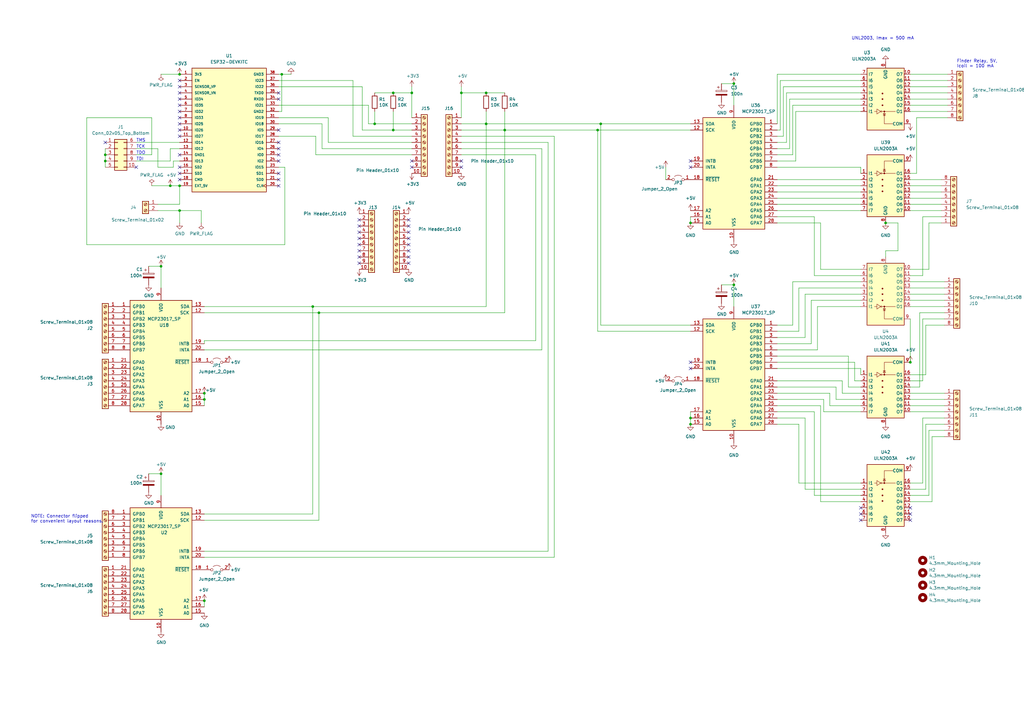
<source format=kicad_sch>
(kicad_sch (version 20211123) (generator eeschema)
  (paper "A3")
  (lib_symbols
    (symbol "Connector:Screw_Terminal_01x02" (pin_names (offset 1.016) hide)
      (property "Reference" "J" (at 0 2.54 0))
      (property "Value" "Screw_Terminal_01x02" (at 0 -5.08 0))
      (symbol "Screw_Terminal_01x02_1_1"
        (pin passive line (at -5.08 0 0) (length 3.81) (name "Pin_1") (number "1"))
        (pin passive line (at -5.08 -2.54 0) (length 3.81) (name "Pin_2") (number "2"))
      )
    )
    (symbol "Connector:Screw_Terminal_01x08" (pin_names (offset 1.016) hide)
      (property "Reference" "J" (at 0 10.16 0))
      (property "Value" "Screw_Terminal_01x08" (at 0 -12.7 0))
      (symbol "Screw_Terminal_01x08_1_1"
        (pin passive line (at -5.08 7.62 0) (length 3.81) (name "Pin_1") (number "1"))
        (pin passive line (at -5.08 5.08 0) (length 3.81) (name "Pin_2") (number "2"))
        (pin passive line (at -5.08 2.54 0) (length 3.81) (name "Pin_3") (number "3"))
        (pin passive line (at -5.08 0 0) (length 3.81) (name "Pin_4") (number "4"))
        (pin passive line (at -5.08 -2.54 0) (length 3.81) (name "Pin_5") (number "5"))
        (pin passive line (at -5.08 -5.08 0) (length 3.81) (name "Pin_6") (number "6"))
        (pin passive line (at -5.08 -7.62 0) (length 3.81) (name "Pin_7") (number "7"))
        (pin passive line (at -5.08 -10.16 0) (length 3.81) (name "Pin_8") (number "8"))
      )
    )
    (symbol "Connector:Screw_Terminal_01x10" (pin_names (offset 1.016) hide)
      (property "Reference" "J" (at 0 12.7 0))
      (property "Value" "Screw_Terminal_01x10" (at 0 -15.24 0))
      (symbol "Screw_Terminal_01x10_1_1"
        (pin passive line (at -5.08 10.16 0) (length 3.81) (name "Pin_1") (number "1"))
        (pin passive line (at -5.08 -12.7 0) (length 3.81) (name "Pin_10") (number "10"))
        (pin passive line (at -5.08 7.62 0) (length 3.81) (name "Pin_2") (number "2"))
        (pin passive line (at -5.08 5.08 0) (length 3.81) (name "Pin_3") (number "3"))
        (pin passive line (at -5.08 2.54 0) (length 3.81) (name "Pin_4") (number "4"))
        (pin passive line (at -5.08 0 0) (length 3.81) (name "Pin_5") (number "5"))
        (pin passive line (at -5.08 -2.54 0) (length 3.81) (name "Pin_6") (number "6"))
        (pin passive line (at -5.08 -5.08 0) (length 3.81) (name "Pin_7") (number "7"))
        (pin passive line (at -5.08 -7.62 0) (length 3.81) (name "Pin_8") (number "8"))
        (pin passive line (at -5.08 -10.16 0) (length 3.81) (name "Pin_9") (number "9"))
      )
    )
    (symbol "Connector_Generic:Conn_02x05_Top_Bottom" (pin_names (offset 1.016) hide)
      (property "Reference" "J" (at 1.27 7.62 0))
      (property "Value" "Conn_02x05_Top_Bottom" (at 1.27 -7.62 0))
      (symbol "Conn_02x05_Top_Bottom_1_1"
        (pin passive line (at -5.08 5.08 0) (length 3.81) (name "Pin_1") (number "1"))
        (pin passive line (at 7.62 -5.08 180) (length 3.81) (name "Pin_10") (number "10"))
        (pin passive line (at -5.08 2.54 0) (length 3.81) (name "Pin_2") (number "2"))
        (pin passive line (at -5.08 0 0) (length 3.81) (name "Pin_3") (number "3"))
        (pin passive line (at -5.08 -2.54 0) (length 3.81) (name "Pin_4") (number "4"))
        (pin passive line (at -5.08 -5.08 0) (length 3.81) (name "Pin_5") (number "5"))
        (pin passive line (at 7.62 5.08 180) (length 3.81) (name "Pin_6") (number "6"))
        (pin passive line (at 7.62 2.54 180) (length 3.81) (name "Pin_7") (number "7"))
        (pin passive line (at 7.62 0 180) (length 3.81) (name "Pin_8") (number "8"))
        (pin passive line (at 7.62 -2.54 180) (length 3.81) (name "Pin_9") (number "9"))
      )
    )
    (symbol "Device:C_Polarized" (pin_numbers hide) (pin_names (offset 0.254))
      (property "Reference" "C" (at 0.635 2.54 0))
      (property "Value" "C_Polarized" (at 0.635 -2.54 0))
      (symbol "C_Polarized_1_1"
        (pin passive line (at 0 3.81 270) (length 2.794) (name "~") (number "1"))
        (pin passive line (at 0 -3.81 90) (length 2.794) (name "~") (number "2"))
      )
    )
    (symbol "Device:R" (pin_numbers hide) (pin_names (offset 0))
      (property "Reference" "R" (at 2.032 0 90))
      (property "Value" "R" (at 0 0 90))
      (symbol "R_1_1"
        (pin passive line (at 0 3.81 270) (length 1.27) (name "~") (number "1"))
        (pin passive line (at 0 -3.81 90) (length 1.27) (name "~") (number "2"))
      )
    )
    (symbol "ESP32-DEVKITC:ESP32-DEVKITC" (pin_names (offset 1.016))
      (property "Reference" "U" (at -15.2654 26.0604 0))
      (property "Value" "ESP32-DEVKITC" (at -15.2654 -27.9654 0))
      (symbol "ESP32-DEVKITC_0_0"
        (pin power_in line (at -20.32 22.86 0) (length 5.08) (name "3V3") (number "1"))
        (pin bidirectional line (at -20.32 0 0) (length 5.08) (name "IO26") (number "10"))
        (pin bidirectional line (at -20.32 -2.54 0) (length 5.08) (name "IO27") (number "11"))
        (pin bidirectional line (at -20.32 -5.08 0) (length 5.08) (name "IO14") (number "12"))
        (pin bidirectional line (at -20.32 -7.62 0) (length 5.08) (name "IO12") (number "13"))
        (pin power_in line (at -20.32 -10.16 0) (length 5.08) (name "GND1") (number "14"))
        (pin bidirectional line (at -20.32 -12.7 0) (length 5.08) (name "IO13") (number "15"))
        (pin bidirectional line (at -20.32 -15.24 0) (length 5.08) (name "SD2") (number "16"))
        (pin bidirectional line (at -20.32 -17.78 0) (length 5.08) (name "SD3") (number "17"))
        (pin bidirectional line (at -20.32 -20.32 0) (length 5.08) (name "CMD") (number "18"))
        (pin power_in line (at -20.32 -22.86 0) (length 5.08) (name "EXT_5V") (number "19"))
        (pin input line (at -20.32 20.32 0) (length 5.08) (name "EN") (number "2"))
        (pin input clock (at 20.32 -22.86 180) (length 5.08) (name "CLK") (number "20"))
        (pin bidirectional line (at 20.32 -20.32 180) (length 5.08) (name "SD0") (number "21"))
        (pin bidirectional line (at 20.32 -17.78 180) (length 5.08) (name "SD1") (number "22"))
        (pin bidirectional line (at 20.32 -15.24 180) (length 5.08) (name "IO15") (number "23"))
        (pin bidirectional line (at 20.32 -12.7 180) (length 5.08) (name "IO2") (number "24"))
        (pin bidirectional line (at 20.32 -10.16 180) (length 5.08) (name "IO0") (number "25"))
        (pin bidirectional line (at 20.32 -7.62 180) (length 5.08) (name "IO4") (number "26"))
        (pin bidirectional line (at 20.32 -5.08 180) (length 5.08) (name "IO16") (number "27"))
        (pin bidirectional line (at 20.32 -2.54 180) (length 5.08) (name "IO17") (number "28"))
        (pin bidirectional line (at 20.32 0 180) (length 5.08) (name "IO5") (number "29"))
        (pin input line (at -20.32 17.78 0) (length 5.08) (name "SENSOR_VP") (number "3"))
        (pin bidirectional line (at 20.32 2.54 180) (length 5.08) (name "IO18") (number "30"))
        (pin bidirectional line (at 20.32 5.08 180) (length 5.08) (name "IO19") (number "31"))
        (pin power_in line (at 20.32 7.62 180) (length 5.08) (name "GND2") (number "32"))
        (pin bidirectional line (at 20.32 10.16 180) (length 5.08) (name "IO21") (number "33"))
        (pin input line (at 20.32 12.7 180) (length 5.08) (name "RXD0") (number "34"))
        (pin output line (at 20.32 15.24 180) (length 5.08) (name "TXD0") (number "35"))
        (pin bidirectional line (at 20.32 17.78 180) (length 5.08) (name "IO22") (number "36"))
        (pin bidirectional line (at 20.32 20.32 180) (length 5.08) (name "IO23") (number "37"))
        (pin power_in line (at 20.32 22.86 180) (length 5.08) (name "GND3") (number "38"))
        (pin input line (at -20.32 15.24 0) (length 5.08) (name "SENSOR_VN") (number "4"))
        (pin bidirectional line (at -20.32 12.7 0) (length 5.08) (name "IO34") (number "5"))
        (pin bidirectional line (at -20.32 10.16 0) (length 5.08) (name "IO35") (number "6"))
        (pin bidirectional line (at -20.32 7.62 0) (length 5.08) (name "IO32") (number "7"))
        (pin bidirectional line (at -20.32 5.08 0) (length 5.08) (name "IO33") (number "8"))
        (pin bidirectional line (at -20.32 2.54 0) (length 5.08) (name "IO25") (number "9"))
      )
    )
    (symbol "Interface_Expansion:MCP23017_SP" (pin_names (offset 1.016))
      (property "Reference" "U" (at -11.43 24.13 0))
      (property "Value" "MCP23017_SP" (at 0 0 0))
      (symbol "MCP23017_SP_1_1"
        (pin bidirectional line (at 17.78 20.32 180) (length 5.08) (name "GPB0") (number "1"))
        (pin power_in line (at 0 -27.94 90) (length 5.08) (name "VSS") (number "10"))
        (pin no_connect line (at -12.7 15.24 0) (length 5.08) hide (name "NC") (number "11"))
        (pin input line (at -17.78 17.78 0) (length 5.08) (name "SCK") (number "12"))
        (pin bidirectional line (at -17.78 20.32 0) (length 5.08) (name "SDA") (number "13"))
        (pin no_connect line (at -12.7 12.7 0) (length 5.08) hide (name "NC") (number "14"))
        (pin input line (at -17.78 -20.32 0) (length 5.08) (name "A0") (number "15"))
        (pin input line (at -17.78 -17.78 0) (length 5.08) (name "A1") (number "16"))
        (pin input line (at -17.78 -15.24 0) (length 5.08) (name "A2") (number "17"))
        (pin input line (at -17.78 -2.54 0) (length 5.08) (name "~{RESET}") (number "18"))
        (pin tri_state line (at -17.78 5.08 0) (length 5.08) (name "INTB") (number "19"))
        (pin bidirectional line (at 17.78 17.78 180) (length 5.08) (name "GPB1") (number "2"))
        (pin tri_state line (at -17.78 2.54 0) (length 5.08) (name "INTA") (number "20"))
        (pin bidirectional line (at 17.78 -2.54 180) (length 5.08) (name "GPA0") (number "21"))
        (pin bidirectional line (at 17.78 -5.08 180) (length 5.08) (name "GPA1") (number "22"))
        (pin bidirectional line (at 17.78 -7.62 180) (length 5.08) (name "GPA2") (number "23"))
        (pin bidirectional line (at 17.78 -10.16 180) (length 5.08) (name "GPA3") (number "24"))
        (pin bidirectional line (at 17.78 -12.7 180) (length 5.08) (name "GPA4") (number "25"))
        (pin bidirectional line (at 17.78 -15.24 180) (length 5.08) (name "GPA5") (number "26"))
        (pin bidirectional line (at 17.78 -17.78 180) (length 5.08) (name "GPA6") (number "27"))
        (pin bidirectional line (at 17.78 -20.32 180) (length 5.08) (name "GPA7") (number "28"))
        (pin bidirectional line (at 17.78 15.24 180) (length 5.08) (name "GPB2") (number "3"))
        (pin bidirectional line (at 17.78 12.7 180) (length 5.08) (name "GPB3") (number "4"))
        (pin bidirectional line (at 17.78 10.16 180) (length 5.08) (name "GPB4") (number "5"))
        (pin bidirectional line (at 17.78 7.62 180) (length 5.08) (name "GPB5") (number "6"))
        (pin bidirectional line (at 17.78 5.08 180) (length 5.08) (name "GPB6") (number "7"))
        (pin bidirectional line (at 17.78 2.54 180) (length 5.08) (name "GPB7") (number "8"))
        (pin power_in line (at 0 27.94 270) (length 5.08) (name "VDD") (number "9"))
      )
    )
    (symbol "Jumper:Jumper_2_Open" (pin_names (offset 0) hide)
      (property "Reference" "JP" (at 0 2.794 0))
      (property "Value" "Jumper_2_Open" (at 0 -2.286 0))
      (symbol "Jumper_2_Open_1_1"
        (pin passive line (at -5.08 0 0) (length 2.54) (name "A") (number "1"))
        (pin passive line (at 5.08 0 180) (length 2.54) (name "B") (number "2"))
      )
    )
    (symbol "Mechanical:MountingHole" (pin_names (offset 1.016))
      (property "Reference" "H" (at 0 5.08 0))
      (property "Value" "MountingHole" (at 0 3.175 0))
    )
    (symbol "Transistor_Array:ULN2003A"
      (property "Reference" "U" (at 0 15.875 0))
      (property "Value" "ULN2003A" (at 0 13.97 0))
      (symbol "ULN2003A_1_1"
        (pin input line (at -10.16 5.08 0) (length 2.54) (name "I1") (number "1"))
        (pin open_collector line (at 10.16 -10.16 180) (length 2.54) (name "O7") (number "10"))
        (pin open_collector line (at 10.16 -7.62 180) (length 2.54) (name "O6") (number "11"))
        (pin open_collector line (at 10.16 -5.08 180) (length 2.54) (name "O5") (number "12"))
        (pin open_collector line (at 10.16 -2.54 180) (length 2.54) (name "O4") (number "13"))
        (pin open_collector line (at 10.16 0 180) (length 2.54) (name "O3") (number "14"))
        (pin open_collector line (at 10.16 2.54 180) (length 2.54) (name "O2") (number "15"))
        (pin open_collector line (at 10.16 5.08 180) (length 2.54) (name "O1") (number "16"))
        (pin input line (at -10.16 2.54 0) (length 2.54) (name "I2") (number "2"))
        (pin input line (at -10.16 0 0) (length 2.54) (name "I3") (number "3"))
        (pin input line (at -10.16 -2.54 0) (length 2.54) (name "I4") (number "4"))
        (pin input line (at -10.16 -5.08 0) (length 2.54) (name "I5") (number "5"))
        (pin input line (at -10.16 -7.62 0) (length 2.54) (name "I6") (number "6"))
        (pin input line (at -10.16 -10.16 0) (length 2.54) (name "I7") (number "7"))
        (pin power_in line (at 0 -15.24 90) (length 2.54) (name "GND") (number "8"))
        (pin passive line (at 10.16 10.16 180) (length 2.54) (name "COM") (number "9"))
      )
    )
    (symbol "power:+5V" (power) (pin_names (offset 0))
      (property "Value" "+5V" (at 0 3.556 0))
      (symbol "+5V_1_1"
        (pin power_in line (at 0 0 90) (length 0) hide (name "+5V") (number "1"))
      )
    )
    (symbol "power:GND" (power) (pin_names (offset 0))
      (property "Value" "GND" (at 0 -3.81 0))
      (symbol "GND_1_1"
        (pin power_in line (at 0 0 270) (length 0) hide (name "GND") (number "1"))
      )
    )
    (symbol "power:PWR_FLAG" (power) (pin_numbers hide) (pin_names (offset 0) hide)
      (property "Value" "PWR_FLAG" (at 0 3.81 0))
      (symbol "PWR_FLAG_0_0"
        (pin power_out line (at 0 0 90) (length 0) (name "pwr") (number "1"))
      )
    )
    (symbol "shutters1stFl-rescue:+3.3V-power" (power) (pin_names (offset 0))
      (property "Value" "+3.3V-power" (at 0 3.556 0))
      (symbol "+3.3V-power_1_1"
        (pin power_in line (at 0 0 90) (length 0) hide (name "+3V3") (number "1"))
      )
    )
  )
  (junction (at 283.21 173.99))
  (junction (at 66.04 109.22))
  (junction (at 283.21 91.44))
  (junction (at 83.82 246.38))
  (junction (at 373.38 148.59))
  (junction (at 300.99 116.84))
  (junction (at 168.91 38.1))
  (junction (at 130.81 128.27))
  (junction (at 43.18 63.5))
  (junction (at 43.18 66.04))
  (junction (at 283.21 171.45))
  (junction (at 73.66 86.36))
  (junction (at 128.27 125.73))
  (junction (at 199.39 38.1))
  (junction (at 153.67 50.8))
  (junction (at 73.66 30.48))
  (junction (at 73.66 76.2))
  (junction (at 207.01 53.34))
  (junction (at 83.82 161.29))
  (junction (at 161.29 53.34))
  (junction (at 363.22 91.44))
  (junction (at 161.29 38.1))
  (junction (at 69.85 76.2))
  (junction (at 115.57 30.48))
  (junction (at 66.04 194.31))
  (junction (at 199.39 50.8))
  (junction (at 189.23 38.1))
  (junction (at 300.99 34.29))
  (junction (at 246.38 50.8))
  (junction (at 83.82 163.83))
  (junction (at 245.11 53.34))
  (no_connect (at 167.64 107.95))
  (no_connect (at 353.06 213.36))
  (no_connect (at 167.64 90.17))
  (no_connect (at 73.66 50.8))
  (no_connect (at 147.32 97.79))
  (no_connect (at 147.32 95.25))
  (no_connect (at 167.64 92.71))
  (no_connect (at 353.06 210.82))
  (no_connect (at 73.66 53.34))
  (no_connect (at 73.66 55.88))
  (no_connect (at 114.3 76.2))
  (no_connect (at 353.06 208.28))
  (no_connect (at 43.18 58.42))
  (no_connect (at 73.66 71.12))
  (no_connect (at 147.32 102.87))
  (no_connect (at 147.32 105.41))
  (no_connect (at 114.3 53.34))
  (no_connect (at 73.66 43.18))
  (no_connect (at 167.64 100.33))
  (no_connect (at 167.64 95.25))
  (no_connect (at 147.32 92.71))
  (no_connect (at 283.21 66.04))
  (no_connect (at 114.3 40.64))
  (no_connect (at 73.66 35.56))
  (no_connect (at 373.38 208.28))
  (no_connect (at 73.66 63.5))
  (no_connect (at 168.91 68.58))
  (no_connect (at 189.23 66.04))
  (no_connect (at 114.3 58.42))
  (no_connect (at 73.66 73.66))
  (no_connect (at 147.32 107.95))
  (no_connect (at 73.66 68.58))
  (no_connect (at 168.91 66.04))
  (no_connect (at 283.21 68.58))
  (no_connect (at 114.3 73.66))
  (no_connect (at 373.38 213.36))
  (no_connect (at 114.3 38.1))
  (no_connect (at 373.38 210.82))
  (no_connect (at 114.3 60.96))
  (no_connect (at 147.32 100.33))
  (no_connect (at 189.23 68.58))
  (no_connect (at 167.64 105.41))
  (no_connect (at 114.3 71.12))
  (no_connect (at 147.32 90.17))
  (no_connect (at 283.21 151.13))
  (no_connect (at 73.66 38.1))
  (no_connect (at 73.66 45.72))
  (no_connect (at 73.66 48.26))
  (no_connect (at 114.3 63.5))
  (no_connect (at 114.3 66.04))
  (no_connect (at 73.66 40.64))
  (no_connect (at 283.21 148.59))
  (no_connect (at 73.66 33.02))
  (no_connect (at 55.88 68.58))
  (no_connect (at 167.64 102.87))
  (no_connect (at 167.64 97.79))
  (wire (pts (xy 283.21 171.45) (xy 283.21 173.99)))
  (wire (pts (xy 325.12 115.57) (xy 325.12 133.35)))
  (wire (pts (xy 73.66 86.36) (xy 73.66 91.44)))
  (wire (pts (xy 379.73 133.35) (xy 387.35 133.35)))
  (wire (pts (xy 71.12 66.04) (xy 73.66 66.04)))
  (wire (pts (xy 334.01 113.03) (xy 334.01 88.9)))
  (wire (pts (xy 69.85 66.04) (xy 55.88 66.04)))
  (wire (pts (xy 373.38 130.81) (xy 373.38 148.59)))
  (wire (pts (xy 353.06 45.72) (xy 326.39 45.72)))
  (wire (pts (xy 327.66 173.99) (xy 327.66 198.12)))
  (wire (pts (xy 326.39 66.04) (xy 318.77 66.04)))
  (wire (pts (xy 69.85 76.2) (xy 73.66 76.2)))
  (wire (pts (xy 83.82 143.51) (xy 222.25 143.51)))
  (wire (pts (xy 114.3 43.18) (xy 151.13 43.18)))
  (wire (pts (xy 335.28 125.73) (xy 335.28 143.51)))
  (wire (pts (xy 318.77 161.29) (xy 340.36 161.29)))
  (wire (pts (xy 387.35 168.91) (xy 373.38 168.91)))
  (wire (pts (xy 246.38 50.8) (xy 246.38 133.35)))
  (wire (pts (xy 332.74 123.19) (xy 353.06 123.19)))
  (wire (pts (xy 340.36 166.37) (xy 353.06 166.37)))
  (wire (pts (xy 373.38 71.12) (xy 375.92 71.12)))
  (wire (pts (xy 325.12 63.5) (xy 325.12 43.18)))
  (wire (pts (xy 386.08 78.74) (xy 373.38 78.74)))
  (wire (pts (xy 337.82 168.91) (xy 353.06 168.91)))
  (wire (pts (xy 387.35 179.07) (xy 382.27 179.07)))
  (wire (pts (xy 64.77 68.58) (xy 64.77 60.96)))
  (wire (pts (xy 373.38 113.03) (xy 378.46 113.03)))
  (wire (pts (xy 148.59 35.56) (xy 114.3 35.56)))
  (wire (pts (xy 342.9 163.83) (xy 353.06 163.83)))
  (wire (pts (xy 132.08 60.96) (xy 168.91 60.96)))
  (wire (pts (xy 347.98 146.05) (xy 318.77 146.05)))
  (wire (pts (xy 207.01 128.27) (xy 207.01 53.34)))
  (wire (pts (xy 60.96 109.22) (xy 66.04 109.22)))
  (wire (pts (xy 375.92 48.26) (xy 375.92 71.12)))
  (wire (pts (xy 116.84 100.33) (xy 116.84 68.58)))
  (wire (pts (xy 161.29 38.1) (xy 168.91 38.1)))
  (wire (pts (xy 330.2 200.66) (xy 330.2 171.45)))
  (wire (pts (xy 336.55 110.49) (xy 353.06 110.49)))
  (wire (pts (xy 387.35 173.99) (xy 379.73 173.99)))
  (wire (pts (xy 66.04 109.22) (xy 66.04 118.11)))
  (wire (pts (xy 64.77 86.36) (xy 73.66 86.36)))
  (wire (pts (xy 73.66 60.96) (xy 69.85 60.96)))
  (wire (pts (xy 368.3 91.44) (xy 363.22 91.44)))
  (wire (pts (xy 132.08 50.8) (xy 132.08 60.96)))
  (wire (pts (xy 224.79 58.42) (xy 224.79 226.06)))
  (wire (pts (xy 168.91 58.42) (xy 134.62 58.42)))
  (wire (pts (xy 318.77 151.13) (xy 353.06 151.13)))
  (wire (pts (xy 161.29 45.72) (xy 161.29 53.34)))
  (wire (pts (xy 387.35 120.65) (xy 373.38 120.65)))
  (wire (pts (xy 83.82 210.82) (xy 128.27 210.82)))
  (wire (pts (xy 71.12 68.58) (xy 64.77 68.58)))
  (wire (pts (xy 283.21 133.35) (xy 246.38 133.35)))
  (wire (pts (xy 342.9 158.75) (xy 342.9 163.83)))
  (wire (pts (xy 388.62 33.02) (xy 373.38 33.02)))
  (wire (pts (xy 322.58 58.42) (xy 322.58 38.1)))
  (wire (pts (xy 377.19 128.27) (xy 377.19 158.75)))
  (wire (pts (xy 83.82 213.36) (xy 130.81 213.36)))
  (wire (pts (xy 381 91.44) (xy 381 110.49)))
  (wire (pts (xy 347.98 158.75) (xy 347.98 146.05)))
  (wire (pts (xy 73.66 86.36) (xy 82.55 86.36)))
  (wire (pts (xy 114.3 30.48) (xy 115.57 30.48)))
  (wire (pts (xy 381 203.2) (xy 381 176.53)))
  (wire (pts (xy 35.56 48.26) (xy 35.56 100.33)))
  (wire (pts (xy 336.55 166.37) (xy 318.77 166.37)))
  (wire (pts (xy 83.82 246.38) (xy 83.82 248.92)))
  (wire (pts (xy 69.85 60.96) (xy 69.85 66.04)))
  (wire (pts (xy 134.62 48.26) (xy 114.3 48.26)))
  (wire (pts (xy 386.08 83.82) (xy 373.38 83.82)))
  (wire (pts (xy 189.23 53.34) (xy 207.01 53.34)))
  (wire (pts (xy 386.08 73.66) (xy 373.38 73.66)))
  (wire (pts (xy 318.77 58.42) (xy 322.58 58.42)))
  (wire (pts (xy 207.01 45.72) (xy 207.01 53.34)))
  (wire (pts (xy 387.35 161.29) (xy 373.38 161.29)))
  (wire (pts (xy 153.67 50.8) (xy 151.13 50.8)))
  (wire (pts (xy 388.62 45.72) (xy 373.38 45.72)))
  (wire (pts (xy 382.27 205.74) (xy 373.38 205.74)))
  (wire (pts (xy 199.39 125.73) (xy 128.27 125.73)))
  (wire (pts (xy 320.04 53.34) (xy 320.04 33.02)))
  (wire (pts (xy 199.39 50.8) (xy 199.39 125.73)))
  (wire (pts (xy 318.77 138.43) (xy 330.2 138.43)))
  (wire (pts (xy 43.18 60.96) (xy 43.18 63.5)))
  (wire (pts (xy 327.66 198.12) (xy 353.06 198.12)))
  (wire (pts (xy 323.85 40.64) (xy 323.85 60.96)))
  (wire (pts (xy 387.35 115.57) (xy 373.38 115.57)))
  (wire (pts (xy 144.78 33.02) (xy 114.3 33.02)))
  (wire (pts (xy 326.39 45.72) (xy 326.39 66.04)))
  (wire (pts (xy 336.55 91.44) (xy 336.55 110.49)))
  (wire (pts (xy 322.58 38.1) (xy 353.06 38.1)))
  (wire (pts (xy 144.78 55.88) (xy 144.78 33.02)))
  (wire (pts (xy 245.11 135.89) (xy 283.21 135.89)))
  (wire (pts (xy 219.71 63.5) (xy 219.71 139.7)))
  (wire (pts (xy 327.66 118.11) (xy 353.06 118.11)))
  (wire (pts (xy 245.11 135.89) (xy 245.11 53.34)))
  (wire (pts (xy 227.33 55.88) (xy 189.23 55.88)))
  (wire (pts (xy 273.05 73.66) (xy 273.05 68.58)))
  (wire (pts (xy 353.06 30.48) (xy 318.77 30.48)))
  (wire (pts (xy 382.27 179.07) (xy 382.27 205.74)))
  (wire (pts (xy 387.35 163.83) (xy 373.38 163.83)))
  (wire (pts (xy 336.55 205.74) (xy 353.06 205.74)))
  (wire (pts (xy 168.91 63.5) (xy 129.54 63.5)))
  (wire (pts (xy 283.21 168.91) (xy 283.21 171.45)))
  (wire (pts (xy 378.46 113.03) (xy 378.46 88.9)))
  (wire (pts (xy 227.33 228.6) (xy 227.33 55.88)))
  (wire (pts (xy 62.23 48.26) (xy 35.56 48.26)))
  (wire (pts (xy 318.77 63.5) (xy 325.12 63.5)))
  (wire (pts (xy 334.01 88.9) (xy 318.77 88.9)))
  (wire (pts (xy 189.23 50.8) (xy 199.39 50.8)))
  (wire (pts (xy 378.46 198.12) (xy 378.46 171.45)))
  (wire (pts (xy 353.06 158.75) (xy 347.98 158.75)))
  (wire (pts (xy 378.46 156.21) (xy 373.38 156.21)))
  (wire (pts (xy 207.01 53.34) (xy 245.11 53.34)))
  (wire (pts (xy 353.06 200.66) (xy 330.2 200.66)))
  (wire (pts (xy 387.35 166.37) (xy 373.38 166.37)))
  (wire (pts (xy 353.06 161.29) (xy 345.44 161.29)))
  (wire (pts (xy 219.71 139.7) (xy 83.82 139.7)))
  (wire (pts (xy 64.77 83.82) (xy 73.66 83.82)))
  (wire (pts (xy 148.59 53.34) (xy 148.59 35.56)))
  (wire (pts (xy 318.77 140.97) (xy 332.74 140.97)))
  (wire (pts (xy 130.81 128.27) (xy 207.01 128.27)))
  (wire (pts (xy 373.38 198.12) (xy 378.46 198.12)))
  (wire (pts (xy 199.39 38.1) (xy 207.01 38.1)))
  (wire (pts (xy 151.13 50.8) (xy 151.13 43.18)))
  (wire (pts (xy 379.73 153.67) (xy 373.38 153.67)))
  (wire (pts (xy 318.77 173.99) (xy 327.66 173.99)))
  (wire (pts (xy 115.57 45.72) (xy 114.3 45.72)))
  (wire (pts (xy 381 176.53) (xy 387.35 176.53)))
  (wire (pts (xy 55.88 58.42) (xy 73.66 58.42)))
  (wire (pts (xy 387.35 123.19) (xy 373.38 123.19)))
  (wire (pts (xy 363.22 102.87) (xy 368.3 102.87)))
  (wire (pts (xy 335.28 125.73) (xy 353.06 125.73)))
  (wire (pts (xy 387.35 118.11) (xy 373.38 118.11)))
  (wire (pts (xy 330.2 120.65) (xy 330.2 138.43)))
  (wire (pts (xy 73.66 83.82) (xy 73.66 76.2)))
  (wire (pts (xy 161.29 53.34) (xy 148.59 53.34)))
  (wire (pts (xy 323.85 60.96) (xy 318.77 60.96)))
  (wire (pts (xy 353.06 113.03) (xy 334.01 113.03)))
  (wire (pts (xy 168.91 50.8) (xy 153.67 50.8)))
  (wire (pts (xy 83.82 125.73) (xy 128.27 125.73)))
  (wire (pts (xy 330.2 171.45) (xy 318.77 171.45)))
  (wire (pts (xy 321.31 35.56) (xy 321.31 55.88)))
  (wire (pts (xy 246.38 50.8) (xy 283.21 50.8)))
  (wire (pts (xy 388.62 43.18) (xy 373.38 43.18)))
  (wire (pts (xy 387.35 125.73) (xy 373.38 125.73)))
  (wire (pts (xy 336.55 166.37) (xy 336.55 205.74)))
  (wire (pts (xy 64.77 60.96) (xy 55.88 60.96)))
  (wire (pts (xy 189.23 58.42) (xy 224.79 58.42)))
  (wire (pts (xy 283.21 88.9) (xy 283.21 91.44)))
  (wire (pts (xy 318.77 135.89) (xy 327.66 135.89)))
  (wire (pts (xy 66.04 194.31) (xy 66.04 203.2)))
  (wire (pts (xy 55.88 63.5) (xy 62.23 63.5)))
  (wire (pts (xy 353.06 40.64) (xy 323.85 40.64)))
  (wire (pts (xy 83.82 226.06) (xy 224.79 226.06)))
  (wire (pts (xy 71.12 66.04) (xy 71.12 68.58)))
  (wire (pts (xy 83.82 128.27) (xy 130.81 128.27)))
  (wire (pts (xy 153.67 45.72) (xy 153.67 50.8)))
  (wire (pts (xy 295.91 116.84) (xy 300.99 116.84)))
  (wire (pts (xy 245.11 53.34) (xy 283.21 53.34)))
  (wire (pts (xy 388.62 30.48) (xy 373.38 30.48)))
  (wire (pts (xy 129.54 63.5) (xy 129.54 55.88)))
  (wire (pts (xy 168.91 53.34) (xy 161.29 53.34)))
  (wire (pts (xy 318.77 86.36) (xy 353.06 86.36)))
  (wire (pts (xy 378.46 88.9) (xy 386.08 88.9)))
  (wire (pts (xy 321.31 55.88) (xy 318.77 55.88)))
  (wire (pts (xy 130.81 213.36) (xy 130.81 128.27)))
  (wire (pts (xy 378.46 130.81) (xy 378.46 156.21)))
  (wire (pts (xy 43.18 66.04) (xy 43.18 68.58)))
  (wire (pts (xy 377.19 128.27) (xy 387.35 128.27)))
  (wire (pts (xy 62.23 76.2) (xy 69.85 76.2)))
  (wire (pts (xy 350.52 148.59) (xy 350.52 156.21)))
  (wire (pts (xy 332.74 123.19) (xy 332.74 140.97)))
  (wire (pts (xy 388.62 40.64) (xy 373.38 40.64)))
  (wire (pts (xy 62.23 63.5) (xy 62.23 48.26)))
  (wire (pts (xy 388.62 35.56) (xy 373.38 35.56)))
  (wire (pts (xy 114.3 50.8) (xy 132.08 50.8)))
  (wire (pts (xy 66.04 30.48) (xy 73.66 30.48)))
  (wire (pts (xy 334.01 203.2) (xy 353.06 203.2)))
  (wire (pts (xy 318.77 158.75) (xy 342.9 158.75)))
  (wire (pts (xy 168.91 35.56) (xy 168.91 38.1)))
  (wire (pts (xy 114.3 55.88) (xy 129.54 55.88)))
  (wire (pts (xy 83.82 161.29) (xy 83.82 163.83)))
  (wire (pts (xy 161.29 38.1) (xy 153.67 38.1)))
  (wire (pts (xy 375.92 48.26) (xy 388.62 48.26)))
  (wire (pts (xy 189.23 63.5) (xy 219.71 63.5)))
  (wire (pts (xy 83.82 228.6) (xy 227.33 228.6)))
  (wire (pts (xy 189.23 38.1) (xy 189.23 48.26)))
  (wire (pts (xy 115.57 30.48) (xy 115.57 45.72)))
  (wire (pts (xy 373.38 203.2) (xy 381 203.2)))
  (wire (pts (xy 345.44 161.29) (xy 345.44 156.21)))
  (wire (pts (xy 116.84 68.58) (xy 114.3 68.58)))
  (wire (pts (xy 318.77 53.34) (xy 320.04 53.34)))
  (wire (pts (xy 318.77 78.74) (xy 353.06 78.74)))
  (wire (pts (xy 168.91 55.88) (xy 144.78 55.88)))
  (wire (pts (xy 318.77 168.91) (xy 334.01 168.91)))
  (wire (pts (xy 60.96 194.31) (xy 66.04 194.31)))
  (wire (pts (xy 386.08 81.28) (xy 373.38 81.28)))
  (wire (pts (xy 388.62 38.1) (xy 373.38 38.1)))
  (wire (pts (xy 386.08 91.44) (xy 381 91.44)))
  (wire (pts (xy 379.73 133.35) (xy 379.73 153.67)))
  (wire (pts (xy 35.56 100.33) (xy 116.84 100.33)))
  (wire (pts (xy 134.62 58.42) (xy 134.62 48.26)))
  (wire (pts (xy 295.91 34.29) (xy 300.99 34.29)))
  (wire (pts (xy 379.73 173.99) (xy 379.73 200.66)))
  (wire (pts (xy 325.12 133.35) (xy 318.77 133.35)))
  (wire (pts (xy 363.22 105.41) (xy 363.22 102.87)))
  (wire (pts (xy 330.2 120.65) (xy 353.06 120.65)))
  (wire (pts (xy 82.55 91.44) (xy 82.55 86.36)))
  (wire (pts (xy 318.77 148.59) (xy 350.52 148.59)))
  (wire (pts (xy 318.77 76.2) (xy 353.06 76.2)))
  (wire (pts (xy 199.39 50.8) (xy 246.38 50.8)))
  (wire (pts (xy 387.35 130.81) (xy 378.46 130.81)))
  (wire (pts (xy 318.77 91.44) (xy 336.55 91.44)))
  (wire (pts (xy 379.73 200.66) (xy 373.38 200.66)))
  (wire (pts (xy 43.18 63.5) (xy 43.18 66.04)))
  (wire (pts (xy 115.57 30.48) (xy 119.38 30.48)))
  (wire (pts (xy 386.08 86.36) (xy 373.38 86.36)))
  (wire (pts (xy 378.46 171.45) (xy 387.35 171.45)))
  (wire (pts (xy 222.25 60.96) (xy 189.23 60.96)))
  (wire (pts (xy 321.31 35.56) (xy 353.06 35.56)))
  (wire (pts (xy 318.77 163.83) (xy 337.82 163.83)))
  (wire (pts (xy 83.82 163.83) (xy 83.82 166.37)))
  (wire (pts (xy 318.77 30.48) (xy 318.77 50.8)))
  (wire (pts (xy 337.82 163.83) (xy 337.82 168.91)))
  (wire (pts (xy 325.12 115.57) (xy 353.06 115.57)))
  (wire (pts (xy 128.27 210.82) (xy 128.27 125.73)))
  (wire (pts (xy 353.06 151.13) (xy 353.06 153.67)))
  (wire (pts (xy 350.52 156.21) (xy 353.06 156.21)))
  (wire (pts (xy 340.36 166.37) (xy 340.36 161.29)))
  (wire (pts (xy 318.77 68.58) (xy 353.06 68.58)))
  (wire (pts (xy 168.91 38.1) (xy 168.91 48.26)))
  (wire (pts (xy 318.77 143.51) (xy 335.28 143.51)))
  (wire (pts (xy 325.12 43.18) (xy 353.06 43.18)))
  (wire (pts (xy 189.23 38.1) (xy 199.39 38.1)))
  (wire (pts (xy 345.44 156.21) (xy 318.77 156.21)))
  (wire (pts (xy 199.39 45.72) (xy 199.39 50.8)))
  (wire (pts (xy 320.04 33.02) (xy 353.06 33.02)))
  (wire (pts (xy 300.99 116.84) (xy 300.99 125.73)))
  (wire (pts (xy 318.77 73.66) (xy 353.06 73.66)))
  (wire (pts (xy 381 110.49) (xy 373.38 110.49)))
  (wire (pts (xy 318.77 81.28) (xy 353.06 81.28)))
  (wire (pts (xy 327.66 118.11) (xy 327.66 135.89)))
  (wire (pts (xy 386.08 76.2) (xy 373.38 76.2)))
  (wire (pts (xy 368.3 102.87) (xy 368.3 91.44)))
  (wire (pts (xy 83.82 139.7) (xy 83.82 140.97)))
  (wire (pts (xy 222.25 143.51) (xy 222.25 60.96)))
  (wire (pts (xy 300.99 34.29) (xy 300.99 43.18)))
  (wire (pts (xy 373.38 158.75) (xy 377.19 158.75)))
  (wire (pts (xy 353.06 68.58) (xy 353.06 71.12)))
  (wire (pts (xy 189.23 35.56) (xy 189.23 38.1)))
  (wire (pts (xy 334.01 168.91) (xy 334.01 203.2)))
  (wire (pts (xy 318.77 83.82) (xy 353.06 83.82)))
  (text "UNL2003, Imax = 500 mA" (at 349.25 16.51 0) (effects (font (size 1.27 1.27)) (justify left bottom)))
  (text "Finder Relay, 5V, \nIcoil = 100 mA" (at 392.43 27.94 0) (effects (font (size 1.27 1.27)) (justify left bottom)))
  (text "TMS" (at 55.88 58.42 0) (effects (font (size 1.27 1.27)) (justify left bottom)))
  (text "TCK" (at 55.88 60.96 0) (effects (font (size 1.27 1.27)) (justify left bottom)))
  (text "TDO" (at 55.88 63.5 0) (effects (font (size 1.27 1.27)) (justify left bottom)))
  (text "NOTE: Connector flipped\nfor convenient layout reasons." (at 12.7 214.63 0) (effects (font (size 1.27 1.27)) (justify left bottom)))
  (text "TDI" (at 55.88 66.04 0) (effects (font (size 1.27 1.27)) (justify left bottom)))
  (symbol (lib_id "power:GND") (at 295.91 41.91 0) (unit 1)
    (property "Reference" "#PWR0139" (effects hide))
    (property "Value" "GND" (at 296.037 46.3042 0))
  )
  (symbol (lib_id "power:GND") (at 363.22 218.44 0) (unit 1)
    (property "Reference" "#PWR0127" (effects hide))
    (property "Value" "GND" (at 363.22 223.52 0))
  )
  (symbol (lib_id "Connector:Screw_Terminal_01x08") (at 391.16 83.82 0) (mirror x) (unit 1)
    (property "Reference" "J7" (at 396.24 82.55 0) (effects (justify left)))
    (property "Value" "Screw_Terminal_01x08" (at 396.24 85.09 0) (effects (justify left)))
    (property "Footprint" "TerminalBlock_Phoenix:TerminalBlock_Phoenix_MKDS-1,5-8-5.08_1x08_P5.08mm_Horizontal" (effects hide))
  )
  (symbol (lib_id "shutters1stFl-rescue:+3.3V-power") (at 147.32 110.49 0) (mirror x) (unit 1)
    (property "Reference" "#PWR0118" (effects hide))
    (property "Value" "+3.3V" (at 147.701 114.8842 0))
  )
  (symbol (lib_id "power:GND") (at 363.22 173.99 0) (unit 1)
    (property "Reference" "#PWR0124" (effects hide))
    (property "Value" "GND" (at 363.22 179.07 0))
  )
  (symbol (lib_id "shutters1stFl-rescue:+3.3V-power") (at 73.66 30.48 0) (unit 1)
    (property "Reference" "#PWR0154" (effects hide))
    (property "Value" "+3.3V" (at 74.041 26.0858 0))
  )
  (symbol (lib_id "Connector:Screw_Terminal_01x10") (at 162.56 97.79 0) (mirror y) (unit 1)
    (property "Reference" "J14" (at 162.56 85.09 0))
    (property "Value" "Pin Header_01x10" (at 180.34 93.98 0))
    (property "Footprint" "Connector_PinHeader_2.54mm:PinHeader_1x10_P2.54mm_Vertical" (effects hide))
  )
  (symbol (lib_id "power:+5V") (at 373.38 50.8 0) (mirror x) (unit 1)
    (property "Reference" "#PWR0150" (effects hide))
    (property "Value" "+5V" (at 373.38 55.88 0))
  )
  (symbol (lib_id "power:GND") (at 283.21 91.44 0) (unit 1)
    (property "Reference" "#PWR0115" (effects hide))
    (property "Value" "GND" (at 283.21 96.52 0))
  )
  (symbol (lib_id "power:+5V") (at 66.04 109.22 0) (unit 1)
    (property "Reference" "#PWR0121" (effects hide))
    (property "Value" "+5V" (at 66.04 105.41 0))
  )
  (symbol (lib_id "power:+5V") (at 189.23 35.56 0) (unit 1)
    (property "Reference" "#PWR0110" (effects hide))
    (property "Value" "+5V" (at 189.611 31.1658 0))
  )
  (symbol (lib_id "Transistor_Array:ULN2003A") (at 363.22 120.65 0) (mirror x) (unit 1)
    (property "Reference" "U4" (at 363.22 135.89 0))
    (property "Value" "ULN2003A" (at 363.22 138.43 0))
    (property "Footprint" "Package_DIP:DIP-16_W7.62mm_Socket" (effects hide))
    (property "Datasheet" "http://www.ti.com/lit/ds/symlink/uln2003a.pdf" (effects hide))
  )
  (symbol (lib_id "Device:C_Polarized") (at 295.91 38.1 0) (unit 1)
    (property "Reference" "C3" (at 299.72 35.9409 0) (effects (justify left)))
    (property "Value" "100n" (at 299.72 38.4809 0) (effects (justify left)))
    (property "Footprint" "Capacitor_THT:C_Rect_L7.0mm_W2.5mm_P5.00mm" (effects hide))
  )
  (symbol (lib_id "power:GND") (at 295.91 124.46 0) (unit 1)
    (property "Reference" "#PWR0144" (effects hide))
    (property "Value" "GND" (at 296.037 128.8542 0))
  )
  (symbol (lib_id "Interface_Expansion:MCP23017_SP") (at 300.99 153.67 0) (unit 1)
    (property "Reference" "U37" (at 309.88 125.73 0))
    (property "Value" "MCP23017_SP" (at 311.15 128.27 0))
    (property "Footprint" "Package_DIP:DIP-28_W7.62mm" (effects hide))
    (property "Datasheet" "http://ww1.microchip.com/downloads/en/DeviceDoc/20001952C.pdf" (effects hide))
  )
  (symbol (lib_id "Device:C_Polarized") (at 60.96 198.12 0) (unit 1)
    (property "Reference" "C2" (at 55.88 195.58 0) (effects (justify left)))
    (property "Value" "100n" (at 53.34 198.12 0) (effects (justify left)))
    (property "Footprint" "Capacitor_THT:C_Rect_L7.0mm_W2.5mm_P5.00mm" (effects hide))
  )
  (symbol (lib_id "power:GND") (at 60.96 201.93 0) (unit 1)
    (property "Reference" "#PWR0106" (effects hide))
    (property "Value" "GND" (at 61.087 206.3242 0))
  )
  (symbol (lib_id "power:GND") (at 189.23 71.12 0) (unit 1)
    (property "Reference" "#PWR0109" (effects hide))
    (property "Value" "GND" (at 189.357 75.5142 0))
  )
  (symbol (lib_id "Transistor_Array:ULN2003A") (at 363.22 158.75 0) (unit 1)
    (property "Reference" "U41" (at 363.22 140.97 0))
    (property "Value" "ULN2003A" (at 363.22 143.51 0))
    (property "Footprint" "Package_DIP:DIP-16_W7.62mm_Socket" (effects hide))
    (property "Datasheet" "http://www.ti.com/lit/ds/symlink/uln2003a.pdf" (effects hide))
  )
  (symbol (lib_id "power:+5V") (at 66.04 194.31 0) (unit 1)
    (property "Reference" "#PWR0105" (effects hide))
    (property "Value" "+5V" (at 66.04 190.5 0))
  )
  (symbol (lib_id "Jumper:Jumper_2_Open") (at 88.9 233.68 0) (unit 1)
    (property "Reference" "JP2" (at 88.9 234.95 0))
    (property "Value" "Jumper_2_Open" (at 88.9 237.49 0))
    (property "Footprint" "Connector_PinHeader_2.54mm:PinHeader_1x02_P2.54mm_Vertical" (effects hide))
  )
  (symbol (lib_id "power:+5V") (at 300.99 116.84 0) (unit 1)
    (property "Reference" "#PWR0143" (effects hide))
    (property "Value" "+5V" (at 300.99 113.03 0))
  )
  (symbol (lib_id "ESP32-DEVKITC:ESP32-DEVKITC") (at 93.98 53.34 0) (unit 1)
    (property "Reference" "U1" (at 93.98 22.86 0))
    (property "Value" "ESP32-DEVKITC" (at 93.98 25.4 0))
    (property "Footprint" "footprints:MODULE_ESP32-DEVKITC" (effects hide))
    (property "STANDARD" "Manufacturer Recommendations" (effects hide))
    (property "MANUFACTURER" "ESPRESSIF" (effects hide))
    (property "PARTREV" "N/A" (effects hide))
  )
  (symbol (lib_id "Mechanical:MountingHole") (at 378.46 234.95 0) (unit 1)
    (property "Reference" "H2" (at 381 233.7816 0) (effects (justify left)))
    (property "Value" "4.3mm_Mounting_Hole" (at 381 236.093 0) (effects (justify left)))
    (property "Footprint" "MountingHole:MountingHole_4.3mm_M4" (effects hide))
  )
  (symbol (lib_id "Mechanical:MountingHole") (at 378.46 240.03 0) (unit 1)
    (property "Reference" "H3" (at 381 238.8616 0) (effects (justify left)))
    (property "Value" "4.3mm_Mounting_Hole" (at 381 241.173 0) (effects (justify left)))
    (property "Footprint" "MountingHole:MountingHole_4.3mm_M4" (effects hide))
  )
  (symbol (lib_id "Device:R") (at 207.01 41.91 0) (unit 1)
    (property "Reference" "R4" (at 208.788 40.7416 0) (effects (justify left)))
    (property "Value" "10K" (at 208.788 43.053 0) (effects (justify left)))
    (property "Footprint" "Resistor_THT:R_Axial_DIN0204_L3.6mm_D1.6mm_P5.08mm_Horizontal" (effects hide))
  )
  (symbol (lib_id "Connector:Screw_Terminal_01x08") (at 392.43 168.91 0) (unit 1)
    (property "Reference" "J11" (at 397.51 170.18 0) (effects (justify left)))
    (property "Value" "Screw_Terminal_01x08" (at 397.51 167.64 0) (effects (justify left)))
    (property "Footprint" "TerminalBlock_Phoenix:TerminalBlock_Phoenix_MKDS-1,5-8-5.08_1x08_P5.08mm_Horizontal" (effects hide))
  )
  (symbol (lib_id "power:GND") (at 83.82 251.46 0) (unit 1)
    (property "Reference" "#PWR0114" (effects hide))
    (property "Value" "GND" (at 83.82 256.54 0))
  )
  (symbol (lib_id "Connector:Screw_Terminal_01x10") (at 173.99 58.42 0) (unit 1)
    (property "Reference" "J15" (at 172.72 44.45 0) (effects (justify left)))
    (property "Value" "Pin Header_01x10" (at 146.05 69.85 0) (effects (justify left)))
    (property "Footprint" "Connector_PinHeader_2.54mm:PinHeader_1x10_P2.54mm_Vertical" (effects hide))
  )
  (symbol (lib_id "Device:R") (at 199.39 41.91 0) (unit 1)
    (property "Reference" "R3" (at 201.168 40.7416 0) (effects (justify left)))
    (property "Value" "10K" (at 201.168 43.053 0) (effects (justify left)))
    (property "Footprint" "Resistor_THT:R_Axial_DIN0204_L3.6mm_D1.6mm_P5.08mm_Horizontal" (effects hide))
  )
  (symbol (lib_id "power:GND") (at 167.64 110.49 0) (unit 1)
    (property "Reference" "#PWR0103" (effects hide))
    (property "Value" "GND" (at 167.767 114.8842 0))
  )
  (symbol (lib_id "Mechanical:MountingHole") (at 378.46 229.87 0) (unit 1)
    (property "Reference" "H1" (at 381 228.7016 0) (effects (justify left)))
    (property "Value" "4.3mm_Mounting_Hole" (at 381 231.013 0) (effects (justify left)))
    (property "Footprint" "MountingHole:MountingHole_4.3mm_M4" (effects hide))
  )
  (symbol (lib_id "power:GND") (at 60.96 116.84 0) (unit 1)
    (property "Reference" "#PWR0122" (effects hide))
    (property "Value" "GND" (at 61.087 121.2342 0))
  )
  (symbol (lib_id "Mechanical:MountingHole") (at 378.46 245.11 0) (unit 1)
    (property "Reference" "H4" (at 381 243.9416 0) (effects (justify left)))
    (property "Value" "4.3mm_Mounting_Hole" (at 381 246.253 0) (effects (justify left)))
    (property "Footprint" "MountingHole:MountingHole_4.3mm_M4" (effects hide))
  )
  (symbol (lib_id "power:GND") (at 363.22 25.4 0) (mirror x) (unit 1)
    (property "Reference" "#PWR0147" (effects hide))
    (property "Value" "GND" (at 363.22 20.32 0))
  )
  (symbol (lib_id "Connector:Screw_Terminal_01x08") (at 43.18 241.3 0) (mirror y) (unit 1)
    (property "Reference" "J6" (at 38.1 242.57 0) (effects (justify left)))
    (property "Value" "Screw_Terminal_01x08" (at 38.1 240.03 0) (effects (justify left)))
    (property "Footprint" "TerminalBlock_Phoenix:TerminalBlock_Phoenix_MKDS-1,5-8-5.08_1x08_P5.08mm_Horizontal" (effects hide))
  )
  (symbol (lib_id "Interface_Expansion:MCP23017_SP") (at 300.99 71.12 0) (unit 1)
    (property "Reference" "U36" (at 309.88 43.18 0))
    (property "Value" "MCP23017_SP" (at 311.15 45.72 0))
    (property "Footprint" "Package_DIP:DIP-28_W7.62mm" (effects hide))
    (property "Datasheet" "http://ww1.microchip.com/downloads/en/DeviceDoc/20001952C.pdf" (effects hide))
  )
  (symbol (lib_id "Device:C_Polarized") (at 295.91 120.65 0) (unit 1)
    (property "Reference" "C4" (at 299.72 118.4909 0) (effects (justify left)))
    (property "Value" "100n" (at 299.72 121.0309 0) (effects (justify left)))
    (property "Footprint" "Capacitor_THT:C_Rect_L7.0mm_W2.5mm_P5.00mm" (effects hide))
  )
  (symbol (lib_id "power:+5V") (at 93.98 148.59 0) (unit 1)
    (property "Reference" "#PWR0123" (effects hide))
    (property "Value" "+5V" (at 96.52 148.59 0))
  )
  (symbol (lib_id "Device:R") (at 161.29 41.91 0) (unit 1)
    (property "Reference" "R2" (at 163.068 40.7416 0) (effects (justify left)))
    (property "Value" "10K" (at 163.068 43.053 0) (effects (justify left)))
    (property "Footprint" "Resistor_THT:R_Axial_DIN0204_L3.6mm_D1.6mm_P5.08mm_Horizontal" (effects hide))
  )
  (symbol (lib_id "Interface_Expansion:MCP23017_SP") (at 66.04 146.05 0) (mirror y) (unit 1)
    (property "Reference" "U18" (at 67.31 133.35 0))
    (property "Value" "MCP23017_SP" (at 67.31 130.81 0))
    (property "Footprint" "Package_DIP:DIP-28_W7.62mm" (effects hide))
    (property "Datasheet" "http://ww1.microchip.com/downloads/en/DeviceDoc/20001952C.pdf" (effects hide))
  )
  (symbol (lib_id "power:GND") (at 283.21 173.99 0) (unit 1)
    (property "Reference" "#PWR0117" (effects hide))
    (property "Value" "GND" (at 283.21 179.07 0))
  )
  (symbol (lib_id "shutters1stFl-rescue:+3.3V-power") (at 168.91 71.12 0) (mirror x) (unit 1)
    (property "Reference" "#PWR0108" (effects hide))
    (property "Value" "+3.3V" (at 169.291 75.5142 0))
  )
  (symbol (lib_id "power:+5V") (at 373.38 148.59 0) (unit 1)
    (property "Reference" "#PWR0129" (effects hide))
    (property "Value" "+5V" (at 373.38 143.51 0))
  )
  (symbol (lib_id "Device:C_Polarized") (at 60.96 113.03 0) (unit 1)
    (property "Reference" "C1" (at 55.88 110.49 0) (effects (justify left)))
    (property "Value" "100n" (at 53.34 113.03 0) (effects (justify left)))
    (property "Footprint" "Capacitor_THT:C_Rect_L7.0mm_W2.5mm_P5.00mm" (effects hide))
  )
  (symbol (lib_id "Jumper:Jumper_2_Open") (at 278.13 73.66 0) (mirror y) (unit 1)
    (property "Reference" "JP3" (at 278.13 74.93 0))
    (property "Value" "Jumper_2_Open" (at 270.51 77.47 0))
    (property "Footprint" "Connector_PinHeader_2.54mm:PinHeader_1x02_P2.54mm_Vertical" (effects hide))
  )
  (symbol (lib_id "Jumper:Jumper_2_Open") (at 278.13 156.21 0) (mirror y) (unit 1)
    (property "Reference" "JP4" (at 278.13 157.48 0))
    (property "Value" "Jumper_2_Open" (at 278.13 160.02 0))
    (property "Footprint" "Connector_PinHeader_2.54mm:PinHeader_1x02_P2.54mm_Vertical" (effects hide))
  )
  (symbol (lib_id "power:+5V") (at 167.64 87.63 0) (unit 1)
    (property "Reference" "#PWR0111" (effects hide))
    (property "Value" "+5V" (at 168.021 83.2358 0))
  )
  (symbol (lib_id "power:PWR_FLAG") (at 66.04 30.48 180) (unit 1)
    (property "Reference" "#FLG0104" (effects hide))
    (property "Value" "PWR_FLAG" (at 66.04 34.8742 0))
  )
  (symbol (lib_id "power:GND") (at 363.22 91.44 0) (unit 1)
    (property "Reference" "#PWR0133" (effects hide))
    (property "Value" "GND" (at 363.22 96.52 0))
  )
  (symbol (lib_id "Connector:Screw_Terminal_01x10") (at 184.15 58.42 0) (mirror y) (unit 1)
    (property "Reference" "J16" (at 184.15 44.45 0))
    (property "Value" "Pin Header_01x10" (at 201.93 66.04 0))
    (property "Footprint" "Connector_PinHeader_2.54mm:PinHeader_1x10_P2.54mm_Vertical" (effects hide))
  )
  (symbol (lib_id "power:GND") (at 119.38 30.48 0) (mirror x) (unit 1)
    (property "Reference" "#PWR0104" (effects hide))
    (property "Value" "GND" (at 119.507 26.0858 0))
  )
  (symbol (lib_id "Connector:Screw_Terminal_01x08") (at 43.18 133.35 0) (mirror y) (unit 1)
    (property "Reference" "J2" (at 38.1 134.62 0) (effects (justify left)))
    (property "Value" "Screw_Terminal_01x08" (at 38.1 132.08 0) (effects (justify left)))
    (property "Footprint" "TerminalBlock_Phoenix:TerminalBlock_Phoenix_MKDS-1,5-8-5.08_1x08_P5.08mm_Horizontal" (effects hide))
  )
  (symbol (lib_id "power:PWR_FLAG") (at 82.55 91.44 180) (unit 1)
    (property "Reference" "#FLG0103" (effects hide))
    (property "Value" "PWR_FLAG" (at 82.55 95.8342 0))
  )
  (symbol (lib_id "Transistor_Array:ULN2003A") (at 363.22 40.64 0) (mirror x) (unit 1)
    (property "Reference" "U3" (at 355.6 21.59 0))
    (property "Value" "ULN2003A" (at 354.33 24.13 0))
    (property "Footprint" "Package_DIP:DIP-16_W7.62mm_Socket" (effects hide))
    (property "Datasheet" "http://www.ti.com/lit/ds/symlink/uln2003a.pdf" (effects hide))
  )
  (symbol (lib_id "power:+5V") (at 83.82 161.29 0) (unit 1)
    (property "Reference" "#PWR0102" (effects hide))
    (property "Value" "+5V" (at 86.36 160.02 0))
  )
  (symbol (lib_id "Connector:Screw_Terminal_01x08") (at 392.43 123.19 0) (unit 1)
    (property "Reference" "J10" (at 397.51 124.46 0) (effects (justify left)))
    (property "Value" "Screw_Terminal_01x08" (at 397.51 121.92 0) (effects (justify left)))
    (property "Footprint" "TerminalBlock_Phoenix:TerminalBlock_Phoenix_MKDS-1,5-8-5.08_1x08_P5.08mm_Horizontal" (effects hide))
  )
  (symbol (lib_id "power:GND") (at 300.99 99.06 0) (unit 1)
    (property "Reference" "#PWR0142" (effects hide))
    (property "Value" "GND" (at 301.117 103.4542 0))
  )
  (symbol (lib_id "shutters1stFl-rescue:+3.3V-power") (at 168.91 35.56 0) (unit 1)
    (property "Reference" "#PWR0113" (effects hide))
    (property "Value" "+3.3V" (at 169.291 31.1658 0))
  )
  (symbol (lib_id "power:+5V") (at 69.85 76.2 0) (unit 1)
    (property "Reference" "#PWR0153" (effects hide))
    (property "Value" "+5V" (at 70.231 71.8058 0))
  )
  (symbol (lib_id "Device:R") (at 153.67 41.91 0) (unit 1)
    (property "Reference" "R1" (at 155.448 40.7416 0) (effects (justify left)))
    (property "Value" "10K" (at 155.448 43.053 0) (effects (justify left)))
    (property "Footprint" "Resistor_THT:R_Axial_DIN0204_L3.6mm_D1.6mm_P5.08mm_Horizontal" (effects hide))
  )
  (symbol (lib_id "Transistor_Array:ULN2003A") (at 363.22 76.2 0) (unit 1)
    (property "Reference" "U39" (at 363.22 58.42 0))
    (property "Value" "ULN2003A" (at 363.22 60.96 0))
    (property "Footprint" "Package_DIP:DIP-16_W7.62mm_Socket" (effects hide))
    (property "Datasheet" "http://www.ti.com/lit/ds/symlink/uln2003a.pdf" (effects hide))
  )
  (symbol (lib_id "power:GND") (at 73.66 91.44 0) (unit 1)
    (property "Reference" "#PWR0155" (effects hide))
    (property "Value" "GND" (at 73.787 95.8342 0))
  )
  (symbol (lib_id "power:PWR_FLAG") (at 62.23 76.2 0) (unit 1)
    (property "Reference" "#FLG0102" (effects hide))
    (property "Value" "PWR_FLAG" (at 62.23 71.8058 0))
  )
  (symbol (lib_id "Connector:Screw_Terminal_01x08") (at 43.18 156.21 0) (mirror y) (unit 1)
    (property "Reference" "J3" (at 38.1 157.48 0) (effects (justify left)))
    (property "Value" "Screw_Terminal_01x08" (at 38.1 154.94 0) (effects (justify left)))
    (property "Footprint" "TerminalBlock_Phoenix:TerminalBlock_Phoenix_MKDS-1,5-8-5.08_1x08_P5.08mm_Horizontal" (effects hide))
  )
  (symbol (lib_id "Connector:Screw_Terminal_01x02") (at 59.69 83.82 0) (mirror y) (unit 1)
    (property "Reference" "J4" (at 55.88 85.09 0) (effects (justify left)))
    (property "Value" "Screw_Terminal_01x02" (at 67.31 90.17 0) (effects (justify left)))
    (property "Footprint" "TerminalBlock_Phoenix:TerminalBlock_Phoenix_MKDS-1,5-2-5.08_1x02_P5.08mm_Horizontal" (effects hide))
  )
  (symbol (lib_id "power:GND") (at 66.04 259.08 0) (unit 1)
    (property "Reference" "#PWR0107" (effects hide))
    (property "Value" "GND" (at 66.167 263.4742 0))
  )
  (symbol (lib_id "power:+5V") (at 273.05 156.21 0) (mirror y) (unit 1)
    (property "Reference" "#PWR0135" (effects hide))
    (property "Value" "+5V" (at 270.51 156.21 0))
  )
  (symbol (lib_id "Jumper:Jumper_2_Open") (at 88.9 148.59 0) (unit 1)
    (property "Reference" "JP1" (at 88.9 149.86 0))
    (property "Value" "Jumper_2_Open" (at 88.9 152.4 0))
    (property "Footprint" "Connector_PinHeader_2.54mm:PinHeader_1x02_P2.54mm_Vertical" (effects hide))
  )
  (symbol (lib_id "Connector:Screw_Terminal_01x08") (at 393.7 38.1 0) (unit 1)
    (property "Reference" "J8" (at 398.78 39.37 0) (effects (justify left)))
    (property "Value" "Screw_Terminal_01x08" (at 398.78 36.83 0) (effects (justify left)))
    (property "Footprint" "TerminalBlock_Phoenix:TerminalBlock_Phoenix_MKDS-1,5-8-5.08_1x08_P5.08mm_Horizontal" (effects hide))
  )
  (symbol (lib_id "shutters1stFl-rescue:+3.3V-power") (at 147.32 87.63 0) (unit 1)
    (property "Reference" "#PWR0112" (effects hide))
    (property "Value" "+3.3V" (at 147.701 83.2358 0))
  )
  (symbol (lib_id "power:GND") (at 300.99 181.61 0) (unit 1)
    (property "Reference" "#PWR?" (effects hide))
    (property "Value" "GND" (at 300.99 186.69 0))
  )
  (symbol (lib_id "power:+5V") (at 373.38 66.04 0) (unit 1)
    (property "Reference" "#PWR0148" (effects hide))
    (property "Value" "+5V" (at 373.38 60.96 0))
  )
  (symbol (lib_id "Interface_Expansion:MCP23017_SP") (at 66.04 231.14 0) (mirror y) (unit 1)
    (property "Reference" "U2" (at 67.31 218.44 0))
    (property "Value" "MCP23017_SP" (at 67.31 215.9 0))
    (property "Footprint" "Package_DIP:DIP-28_W7.62mm" (effects hide))
    (property "Datasheet" "http://ww1.microchip.com/downloads/en/DeviceDoc/20001952C.pdf" (effects hide))
  )
  (symbol (lib_id "power:+5V") (at 93.98 233.68 0) (unit 1)
    (property "Reference" "#PWR0119" (effects hide))
    (property "Value" "+5V" (at 96.52 233.68 0))
  )
  (symbol (lib_id "power:+5V") (at 273.05 68.58 0) (mirror y) (unit 1)
    (property "Reference" "#PWR0134" (effects hide))
    (property "Value" "+5V" (at 270.51 68.58 0))
  )
  (symbol (lib_id "power:+5V") (at 283.21 86.36 0) (unit 1)
    (property "Reference" "#PWR0116" (effects hide))
    (property "Value" "+5V" (at 283.21 81.28 0))
  )
  (symbol (lib_id "Connector:Screw_Terminal_01x10") (at 152.4 97.79 0) (unit 1)
    (property "Reference" "J13" (at 151.13 85.09 0) (effects (justify left)))
    (property "Value" "Pin Header_01x10" (at 124.46 87.63 0) (effects (justify left)))
    (property "Footprint" "Connector_PinHeader_2.54mm:PinHeader_1x10_P2.54mm_Vertical" (effects hide))
  )
  (symbol (lib_id "power:+5V") (at 373.38 193.04 0) (unit 1)
    (property "Reference" "#PWR0125" (effects hide))
    (property "Value" "+5V" (at 373.38 187.96 0))
  )
  (symbol (lib_id "Transistor_Array:ULN2003A") (at 363.22 203.2 0) (unit 1)
    (property "Reference" "U42" (at 363.22 185.42 0))
    (property "Value" "ULN2003A" (at 363.22 187.96 0))
    (property "Footprint" "Package_DIP:DIP-16_W7.62mm_Socket" (effects hide))
    (property "Datasheet" "http://www.ti.com/lit/ds/symlink/uln2003a.pdf" (effects hide))
  )
  (symbol (lib_id "power:+5V") (at 83.82 246.38 0) (mirror y) (unit 1)
    (property "Reference" "#PWR0101" (effects hide))
    (property "Value" "+5V" (at 83.439 241.9858 0))
  )
  (symbol (lib_id "Connector_Generic:Conn_02x05_Top_Bottom") (at 48.26 63.5 0) (unit 1)
    (property "Reference" "J1" (at 49.53 52.07 0))
    (property "Value" "Conn_02x05_Top_Bottom" (at 49.53 54.61 0))
    (property "Footprint" "Connector_PinHeader_2.54mm:PinHeader_2x05_P2.54mm_Vertical" (effects hide))
  )
  (symbol (lib_id "power:+5V") (at 300.99 34.29 0) (unit 1)
    (property "Reference" "#PWR0138" (effects hide))
    (property "Value" "+5V" (at 300.99 30.48 0))
  )
  (symbol (lib_id "power:GND") (at 66.04 173.99 0) (unit 1)
    (property "Reference" "#PWR0120" (effects hide))
    (property "Value" "GND" (at 69.85 175.26 0))
  )
  (symbol (lib_id "Connector:Screw_Terminal_01x08") (at 43.18 220.98 180) (unit 1)
    (property "Reference" "J5" (at 38.1 219.71 0) (effects (justify left)))
    (property "Value" "Screw_Terminal_01x08" (at 38.1 222.25 0) (effects (justify left)))
    (property "Footprint" "TerminalBlock_Phoenix:TerminalBlock_Phoenix_MKDS-1,5-8-5.08_1x08_P5.08mm_Horizontal" (effects hide))
  )
)
</source>
